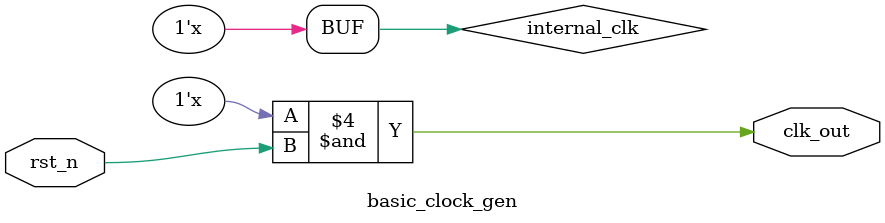
<source format=sv>
module basic_clock_gen(
    output reg clk_out,
    input wire rst_n
);
    parameter HALF_PERIOD = 5;  // Half period in time units

    reg internal_clk;

    initial begin
        clk_out = 1'b0;
        internal_clk = 1'b0;
    end

    always begin
        #(HALF_PERIOD) internal_clk = ~internal_clk;
    end

    always @(*) begin
        clk_out = internal_clk & rst_n;
    end

endmodule
</source>
